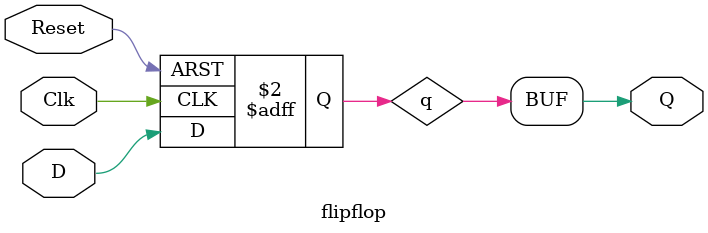
<source format=sv>
module flipflop
(
	input		Clk,
	input		Reset,
	input		D,
	output	Q
);

logic q;
assign Q = q;

always_ff @ (posedge Clk or posedge Reset)
begin
if (Reset)
	q <= 1'b0;
else
	q <= D;
end

endmodule
</source>
